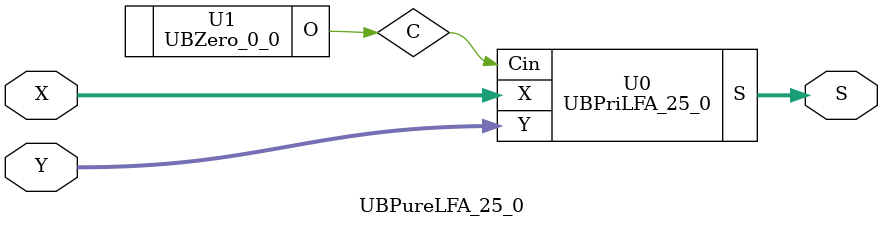
<source format=v>
/*----------------------------------------------------------------------------
  Copyright (c) 2021 Homma laboratory. All rights reserved.

  Top module: UBLFA_25_0_25_0

  Operand-1 length: 26
  Operand-2 length: 26
  Two-operand addition algorithm: Ladner-Fischer adder
----------------------------------------------------------------------------*/

module GPGenerator(Go, Po, A, B);
  output Go;
  output Po;
  input A;
  input B;
  assign Go = A & B;
  assign Po = A ^ B;
endmodule

module CarryOperator(Go, Po, Gi1, Pi1, Gi2, Pi2);
  output Go;
  output Po;
  input Gi1;
  input Gi2;
  input Pi1;
  input Pi2;
  assign Go = Gi1 | ( Gi2 & Pi1 );
  assign Po = Pi1 & Pi2;
endmodule

module UBPriLFA_25_0(S, X, Y, Cin);
  output [26:0] S;
  input Cin;
  input [25:0] X;
  input [25:0] Y;
  wire [25:0] G0;
  wire [25:0] G1;
  wire [25:0] G2;
  wire [25:0] G3;
  wire [25:0] G4;
  wire [25:0] G5;
  wire [25:0] P0;
  wire [25:0] P1;
  wire [25:0] P2;
  wire [25:0] P3;
  wire [25:0] P4;
  wire [25:0] P5;
  assign P1[0] = P0[0];
  assign G1[0] = G0[0];
  assign P1[2] = P0[2];
  assign G1[2] = G0[2];
  assign P1[4] = P0[4];
  assign G1[4] = G0[4];
  assign P1[6] = P0[6];
  assign G1[6] = G0[6];
  assign P1[8] = P0[8];
  assign G1[8] = G0[8];
  assign P1[10] = P0[10];
  assign G1[10] = G0[10];
  assign P1[12] = P0[12];
  assign G1[12] = G0[12];
  assign P1[14] = P0[14];
  assign G1[14] = G0[14];
  assign P1[16] = P0[16];
  assign G1[16] = G0[16];
  assign P1[18] = P0[18];
  assign G1[18] = G0[18];
  assign P1[20] = P0[20];
  assign G1[20] = G0[20];
  assign P1[22] = P0[22];
  assign G1[22] = G0[22];
  assign P1[24] = P0[24];
  assign G1[24] = G0[24];
  assign P2[0] = P1[0];
  assign G2[0] = G1[0];
  assign P2[1] = P1[1];
  assign G2[1] = G1[1];
  assign P2[4] = P1[4];
  assign G2[4] = G1[4];
  assign P2[5] = P1[5];
  assign G2[5] = G1[5];
  assign P2[8] = P1[8];
  assign G2[8] = G1[8];
  assign P2[9] = P1[9];
  assign G2[9] = G1[9];
  assign P2[12] = P1[12];
  assign G2[12] = G1[12];
  assign P2[13] = P1[13];
  assign G2[13] = G1[13];
  assign P2[16] = P1[16];
  assign G2[16] = G1[16];
  assign P2[17] = P1[17];
  assign G2[17] = G1[17];
  assign P2[20] = P1[20];
  assign G2[20] = G1[20];
  assign P2[21] = P1[21];
  assign G2[21] = G1[21];
  assign P2[24] = P1[24];
  assign G2[24] = G1[24];
  assign P2[25] = P1[25];
  assign G2[25] = G1[25];
  assign P3[0] = P2[0];
  assign G3[0] = G2[0];
  assign P3[1] = P2[1];
  assign G3[1] = G2[1];
  assign P3[2] = P2[2];
  assign G3[2] = G2[2];
  assign P3[3] = P2[3];
  assign G3[3] = G2[3];
  assign P3[8] = P2[8];
  assign G3[8] = G2[8];
  assign P3[9] = P2[9];
  assign G3[9] = G2[9];
  assign P3[10] = P2[10];
  assign G3[10] = G2[10];
  assign P3[11] = P2[11];
  assign G3[11] = G2[11];
  assign P3[16] = P2[16];
  assign G3[16] = G2[16];
  assign P3[17] = P2[17];
  assign G3[17] = G2[17];
  assign P3[18] = P2[18];
  assign G3[18] = G2[18];
  assign P3[19] = P2[19];
  assign G3[19] = G2[19];
  assign P3[24] = P2[24];
  assign G3[24] = G2[24];
  assign P3[25] = P2[25];
  assign G3[25] = G2[25];
  assign P4[0] = P3[0];
  assign G4[0] = G3[0];
  assign P4[1] = P3[1];
  assign G4[1] = G3[1];
  assign P4[2] = P3[2];
  assign G4[2] = G3[2];
  assign P4[3] = P3[3];
  assign G4[3] = G3[3];
  assign P4[4] = P3[4];
  assign G4[4] = G3[4];
  assign P4[5] = P3[5];
  assign G4[5] = G3[5];
  assign P4[6] = P3[6];
  assign G4[6] = G3[6];
  assign P4[7] = P3[7];
  assign G4[7] = G3[7];
  assign P4[16] = P3[16];
  assign G4[16] = G3[16];
  assign P4[17] = P3[17];
  assign G4[17] = G3[17];
  assign P4[18] = P3[18];
  assign G4[18] = G3[18];
  assign P4[19] = P3[19];
  assign G4[19] = G3[19];
  assign P4[20] = P3[20];
  assign G4[20] = G3[20];
  assign P4[21] = P3[21];
  assign G4[21] = G3[21];
  assign P4[22] = P3[22];
  assign G4[22] = G3[22];
  assign P4[23] = P3[23];
  assign G4[23] = G3[23];
  assign P5[0] = P4[0];
  assign G5[0] = G4[0];
  assign P5[1] = P4[1];
  assign G5[1] = G4[1];
  assign P5[2] = P4[2];
  assign G5[2] = G4[2];
  assign P5[3] = P4[3];
  assign G5[3] = G4[3];
  assign P5[4] = P4[4];
  assign G5[4] = G4[4];
  assign P5[5] = P4[5];
  assign G5[5] = G4[5];
  assign P5[6] = P4[6];
  assign G5[6] = G4[6];
  assign P5[7] = P4[7];
  assign G5[7] = G4[7];
  assign P5[8] = P4[8];
  assign G5[8] = G4[8];
  assign P5[9] = P4[9];
  assign G5[9] = G4[9];
  assign P5[10] = P4[10];
  assign G5[10] = G4[10];
  assign P5[11] = P4[11];
  assign G5[11] = G4[11];
  assign P5[12] = P4[12];
  assign G5[12] = G4[12];
  assign P5[13] = P4[13];
  assign G5[13] = G4[13];
  assign P5[14] = P4[14];
  assign G5[14] = G4[14];
  assign P5[15] = P4[15];
  assign G5[15] = G4[15];
  assign S[0] = Cin ^ P0[0];
  assign S[1] = ( G5[0] | ( P5[0] & Cin ) ) ^ P0[1];
  assign S[2] = ( G5[1] | ( P5[1] & Cin ) ) ^ P0[2];
  assign S[3] = ( G5[2] | ( P5[2] & Cin ) ) ^ P0[3];
  assign S[4] = ( G5[3] | ( P5[3] & Cin ) ) ^ P0[4];
  assign S[5] = ( G5[4] | ( P5[4] & Cin ) ) ^ P0[5];
  assign S[6] = ( G5[5] | ( P5[5] & Cin ) ) ^ P0[6];
  assign S[7] = ( G5[6] | ( P5[6] & Cin ) ) ^ P0[7];
  assign S[8] = ( G5[7] | ( P5[7] & Cin ) ) ^ P0[8];
  assign S[9] = ( G5[8] | ( P5[8] & Cin ) ) ^ P0[9];
  assign S[10] = ( G5[9] | ( P5[9] & Cin ) ) ^ P0[10];
  assign S[11] = ( G5[10] | ( P5[10] & Cin ) ) ^ P0[11];
  assign S[12] = ( G5[11] | ( P5[11] & Cin ) ) ^ P0[12];
  assign S[13] = ( G5[12] | ( P5[12] & Cin ) ) ^ P0[13];
  assign S[14] = ( G5[13] | ( P5[13] & Cin ) ) ^ P0[14];
  assign S[15] = ( G5[14] | ( P5[14] & Cin ) ) ^ P0[15];
  assign S[16] = ( G5[15] | ( P5[15] & Cin ) ) ^ P0[16];
  assign S[17] = ( G5[16] | ( P5[16] & Cin ) ) ^ P0[17];
  assign S[18] = ( G5[17] | ( P5[17] & Cin ) ) ^ P0[18];
  assign S[19] = ( G5[18] | ( P5[18] & Cin ) ) ^ P0[19];
  assign S[20] = ( G5[19] | ( P5[19] & Cin ) ) ^ P0[20];
  assign S[21] = ( G5[20] | ( P5[20] & Cin ) ) ^ P0[21];
  assign S[22] = ( G5[21] | ( P5[21] & Cin ) ) ^ P0[22];
  assign S[23] = ( G5[22] | ( P5[22] & Cin ) ) ^ P0[23];
  assign S[24] = ( G5[23] | ( P5[23] & Cin ) ) ^ P0[24];
  assign S[25] = ( G5[24] | ( P5[24] & Cin ) ) ^ P0[25];
  assign S[26] = G5[25] | ( P5[25] & Cin );
  GPGenerator U0 (G0[0], P0[0], X[0], Y[0]);
  GPGenerator U1 (G0[1], P0[1], X[1], Y[1]);
  GPGenerator U2 (G0[2], P0[2], X[2], Y[2]);
  GPGenerator U3 (G0[3], P0[3], X[3], Y[3]);
  GPGenerator U4 (G0[4], P0[4], X[4], Y[4]);
  GPGenerator U5 (G0[5], P0[5], X[5], Y[5]);
  GPGenerator U6 (G0[6], P0[6], X[6], Y[6]);
  GPGenerator U7 (G0[7], P0[7], X[7], Y[7]);
  GPGenerator U8 (G0[8], P0[8], X[8], Y[8]);
  GPGenerator U9 (G0[9], P0[9], X[9], Y[9]);
  GPGenerator U10 (G0[10], P0[10], X[10], Y[10]);
  GPGenerator U11 (G0[11], P0[11], X[11], Y[11]);
  GPGenerator U12 (G0[12], P0[12], X[12], Y[12]);
  GPGenerator U13 (G0[13], P0[13], X[13], Y[13]);
  GPGenerator U14 (G0[14], P0[14], X[14], Y[14]);
  GPGenerator U15 (G0[15], P0[15], X[15], Y[15]);
  GPGenerator U16 (G0[16], P0[16], X[16], Y[16]);
  GPGenerator U17 (G0[17], P0[17], X[17], Y[17]);
  GPGenerator U18 (G0[18], P0[18], X[18], Y[18]);
  GPGenerator U19 (G0[19], P0[19], X[19], Y[19]);
  GPGenerator U20 (G0[20], P0[20], X[20], Y[20]);
  GPGenerator U21 (G0[21], P0[21], X[21], Y[21]);
  GPGenerator U22 (G0[22], P0[22], X[22], Y[22]);
  GPGenerator U23 (G0[23], P0[23], X[23], Y[23]);
  GPGenerator U24 (G0[24], P0[24], X[24], Y[24]);
  GPGenerator U25 (G0[25], P0[25], X[25], Y[25]);
  CarryOperator U26 (G1[1], P1[1], G0[1], P0[1], G0[0], P0[0]);
  CarryOperator U27 (G1[3], P1[3], G0[3], P0[3], G0[2], P0[2]);
  CarryOperator U28 (G1[5], P1[5], G0[5], P0[5], G0[4], P0[4]);
  CarryOperator U29 (G1[7], P1[7], G0[7], P0[7], G0[6], P0[6]);
  CarryOperator U30 (G1[9], P1[9], G0[9], P0[9], G0[8], P0[8]);
  CarryOperator U31 (G1[11], P1[11], G0[11], P0[11], G0[10], P0[10]);
  CarryOperator U32 (G1[13], P1[13], G0[13], P0[13], G0[12], P0[12]);
  CarryOperator U33 (G1[15], P1[15], G0[15], P0[15], G0[14], P0[14]);
  CarryOperator U34 (G1[17], P1[17], G0[17], P0[17], G0[16], P0[16]);
  CarryOperator U35 (G1[19], P1[19], G0[19], P0[19], G0[18], P0[18]);
  CarryOperator U36 (G1[21], P1[21], G0[21], P0[21], G0[20], P0[20]);
  CarryOperator U37 (G1[23], P1[23], G0[23], P0[23], G0[22], P0[22]);
  CarryOperator U38 (G1[25], P1[25], G0[25], P0[25], G0[24], P0[24]);
  CarryOperator U39 (G2[2], P2[2], G1[2], P1[2], G1[1], P1[1]);
  CarryOperator U40 (G2[3], P2[3], G1[3], P1[3], G1[1], P1[1]);
  CarryOperator U41 (G2[6], P2[6], G1[6], P1[6], G1[5], P1[5]);
  CarryOperator U42 (G2[7], P2[7], G1[7], P1[7], G1[5], P1[5]);
  CarryOperator U43 (G2[10], P2[10], G1[10], P1[10], G1[9], P1[9]);
  CarryOperator U44 (G2[11], P2[11], G1[11], P1[11], G1[9], P1[9]);
  CarryOperator U45 (G2[14], P2[14], G1[14], P1[14], G1[13], P1[13]);
  CarryOperator U46 (G2[15], P2[15], G1[15], P1[15], G1[13], P1[13]);
  CarryOperator U47 (G2[18], P2[18], G1[18], P1[18], G1[17], P1[17]);
  CarryOperator U48 (G2[19], P2[19], G1[19], P1[19], G1[17], P1[17]);
  CarryOperator U49 (G2[22], P2[22], G1[22], P1[22], G1[21], P1[21]);
  CarryOperator U50 (G2[23], P2[23], G1[23], P1[23], G1[21], P1[21]);
  CarryOperator U51 (G3[4], P3[4], G2[4], P2[4], G2[3], P2[3]);
  CarryOperator U52 (G3[5], P3[5], G2[5], P2[5], G2[3], P2[3]);
  CarryOperator U53 (G3[6], P3[6], G2[6], P2[6], G2[3], P2[3]);
  CarryOperator U54 (G3[7], P3[7], G2[7], P2[7], G2[3], P2[3]);
  CarryOperator U55 (G3[12], P3[12], G2[12], P2[12], G2[11], P2[11]);
  CarryOperator U56 (G3[13], P3[13], G2[13], P2[13], G2[11], P2[11]);
  CarryOperator U57 (G3[14], P3[14], G2[14], P2[14], G2[11], P2[11]);
  CarryOperator U58 (G3[15], P3[15], G2[15], P2[15], G2[11], P2[11]);
  CarryOperator U59 (G3[20], P3[20], G2[20], P2[20], G2[19], P2[19]);
  CarryOperator U60 (G3[21], P3[21], G2[21], P2[21], G2[19], P2[19]);
  CarryOperator U61 (G3[22], P3[22], G2[22], P2[22], G2[19], P2[19]);
  CarryOperator U62 (G3[23], P3[23], G2[23], P2[23], G2[19], P2[19]);
  CarryOperator U63 (G4[8], P4[8], G3[8], P3[8], G3[7], P3[7]);
  CarryOperator U64 (G4[9], P4[9], G3[9], P3[9], G3[7], P3[7]);
  CarryOperator U65 (G4[10], P4[10], G3[10], P3[10], G3[7], P3[7]);
  CarryOperator U66 (G4[11], P4[11], G3[11], P3[11], G3[7], P3[7]);
  CarryOperator U67 (G4[12], P4[12], G3[12], P3[12], G3[7], P3[7]);
  CarryOperator U68 (G4[13], P4[13], G3[13], P3[13], G3[7], P3[7]);
  CarryOperator U69 (G4[14], P4[14], G3[14], P3[14], G3[7], P3[7]);
  CarryOperator U70 (G4[15], P4[15], G3[15], P3[15], G3[7], P3[7]);
  CarryOperator U71 (G4[24], P4[24], G3[24], P3[24], G3[23], P3[23]);
  CarryOperator U72 (G4[25], P4[25], G3[25], P3[25], G3[23], P3[23]);
  CarryOperator U73 (G5[16], P5[16], G4[16], P4[16], G4[15], P4[15]);
  CarryOperator U74 (G5[17], P5[17], G4[17], P4[17], G4[15], P4[15]);
  CarryOperator U75 (G5[18], P5[18], G4[18], P4[18], G4[15], P4[15]);
  CarryOperator U76 (G5[19], P5[19], G4[19], P4[19], G4[15], P4[15]);
  CarryOperator U77 (G5[20], P5[20], G4[20], P4[20], G4[15], P4[15]);
  CarryOperator U78 (G5[21], P5[21], G4[21], P4[21], G4[15], P4[15]);
  CarryOperator U79 (G5[22], P5[22], G4[22], P4[22], G4[15], P4[15]);
  CarryOperator U80 (G5[23], P5[23], G4[23], P4[23], G4[15], P4[15]);
  CarryOperator U81 (G5[24], P5[24], G4[24], P4[24], G4[15], P4[15]);
  CarryOperator U82 (G5[25], P5[25], G4[25], P4[25], G4[15], P4[15]);
endmodule

module UBZero_0_0(O);
  output [0:0] O;
  assign O[0] = 0;
endmodule

module UBLFA_25_0_25_0 (S, X, Y);
  output [26:0] S;
  input [25:0] X;
  input [25:0] Y;
  UBPureLFA_25_0 U0 (S[26:0], X[25:0], Y[25:0]);
endmodule

module UBPureLFA_25_0 (S, X, Y);
  output [26:0] S;
  input [25:0] X;
  input [25:0] Y;
  wire C;
  UBPriLFA_25_0 U0 (S, X, Y, C);
  UBZero_0_0 U1 (C);
endmodule


</source>
